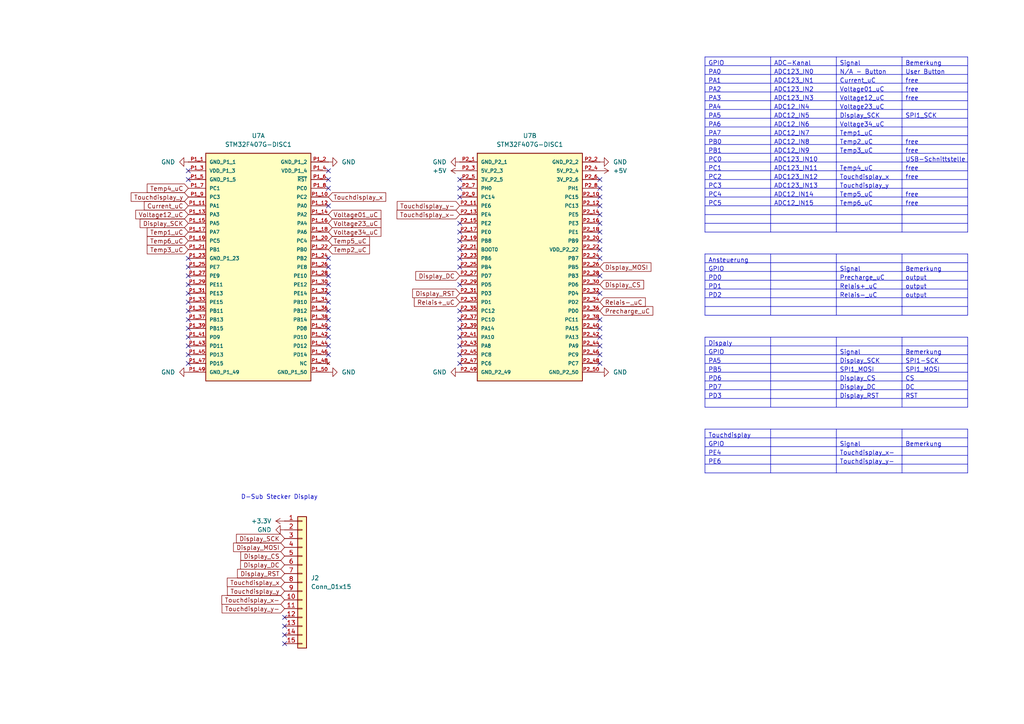
<source format=kicad_sch>
(kicad_sch (version 20250114) (generator "eeschema") (generator_version "9.0")
  (paper "A4")
  (lib_symbols
    (symbol "Connector_Generic:Conn_01x15" (pin_names (offset 1.016) (hide yes))
      (property "Reference" "J" (at 0 20.32 0))
      (property "Value" "Conn_01x15" (at 0 -20.32 0))
      (symbol "Conn_01x15_1_1"
        (rectangle (start -1.27 19.05) (end 1.27 -19.05) (stroke (width 0.254)) (fill (type background)))
        (rectangle (start -1.27 17.907) (end 0 17.653) (stroke (width 0.1524)))
        (rectangle (start -1.27 15.367) (end 0 15.113) (stroke (width 0.1524)))
        (rectangle (start -1.27 12.827) (end 0 12.573) (stroke (width 0.1524)))
        (rectangle (start -1.27 10.287) (end 0 10.033) (stroke (width 0.1524)))
        (rectangle (start -1.27 7.747) (end 0 7.493) (stroke (width 0.1524)))
        (rectangle (start -1.27 5.207) (end 0 4.953) (stroke (width 0.1524)))
        (rectangle (start -1.27 2.667) (end 0 2.413) (stroke (width 0.1524)))
        (rectangle (start -1.27 0.127) (end 0 -0.127) (stroke (width 0.1524)))
        (rectangle (start -1.27 -2.413) (end 0 -2.667) (stroke (width 0.1524)))
        (rectangle (start -1.27 -4.953) (end 0 -5.207) (stroke (width 0.1524)))
        (rectangle (start -1.27 -7.493) (end 0 -7.747) (stroke (width 0.1524)))
        (rectangle (start -1.27 -10.033) (end 0 -10.287) (stroke (width 0.1524)))
        (rectangle (start -1.27 -12.573) (end 0 -12.827) (stroke (width 0.1524)))
        (rectangle (start -1.27 -15.113) (end 0 -15.367) (stroke (width 0.1524)))
        (rectangle (start -1.27 -17.653) (end 0 -17.907) (stroke (width 0.1524)))
        (pin passive line (at -5.08 17.78 0) (length 3.81) (name "Pin_1") (number "1"))
        (pin passive line (at -5.08 15.24 0) (length 3.81) (name "Pin_2") (number "2"))
        (pin passive line (at -5.08 12.7 0) (length 3.81) (name "Pin_3") (number "3"))
        (pin passive line (at -5.08 10.16 0) (length 3.81) (name "Pin_4") (number "4"))
        (pin passive line (at -5.08 7.62 0) (length 3.81) (name "Pin_5") (number "5"))
        (pin passive line (at -5.08 5.08 0) (length 3.81) (name "Pin_6") (number "6"))
        (pin passive line (at -5.08 2.54 0) (length 3.81) (name "Pin_7") (number "7"))
        (pin passive line (at -5.08 0 0) (length 3.81) (name "Pin_8") (number "8"))
        (pin passive line (at -5.08 -2.54 0) (length 3.81) (name "Pin_9") (number "9"))
        (pin passive line (at -5.08 -5.08 0) (length 3.81) (name "Pin_10") (number "10"))
        (pin passive line (at -5.08 -7.62 0) (length 3.81) (name "Pin_11") (number "11"))
        (pin passive line (at -5.08 -10.16 0) (length 3.81) (name "Pin_12") (number "12"))
        (pin passive line (at -5.08 -12.7 0) (length 3.81) (name "Pin_13") (number "13"))
        (pin passive line (at -5.08 -15.24 0) (length 3.81) (name "Pin_14") (number "14"))
        (pin passive line (at -5.08 -17.78 0) (length 3.81) (name "Pin_15") (number "15"))
      )
    )
    (symbol "STM32F407G-DISC1:STM32F407G-DISC1" (pin_names (offset 1.016))
      (property "Reference" "U" (at -15.24 33.782 0))
      (property "Value" "STM32F407G-DISC1" (at -15.24 -35.56 0))
      (symbol "STM32F407G-DISC1_1_0"
        (rectangle (start -15.24 -33.02) (end 15.24 33.02) (stroke (width 0.254)) (fill (type background)))
        (pin power_in line (at -20.32 30.48 0) (length 5.08) (name "GND_P1_1") (number "P1_1"))
        (pin power_in line (at -20.32 27.94 0) (length 5.08) (name "VDD_P1_3") (number "P1_3"))
        (pin power_in line (at -20.32 25.4 0) (length 5.08) (name "GND_P1_5") (number "P1_5"))
        (pin bidirectional line (at -20.32 22.86 0) (length 5.08) (name "PC1") (number "P1_7"))
        (pin bidirectional line (at -20.32 20.32 0) (length 5.08) (name "PC3") (number "P1_9"))
        (pin bidirectional line (at -20.32 17.78 0) (length 5.08) (name "PA1") (number "P1_11"))
        (pin bidirectional line (at -20.32 15.24 0) (length 5.08) (name "PA3") (number "P1_13"))
        (pin bidirectional line (at -20.32 12.7 0) (length 5.08) (name "PA5") (number "P1_15"))
        (pin bidirectional line (at -20.32 10.16 0) (length 5.08) (name "PA7") (number "P1_17"))
        (pin bidirectional line (at -20.32 7.62 0) (length 5.08) (name "PC5") (number "P1_19"))
        (pin bidirectional line (at -20.32 5.08 0) (length 5.08) (name "PB1") (number "P1_21"))
        (pin power_in line (at -20.32 2.54 0) (length 5.08) (name "GND_P1_23") (number "P1_23"))
        (pin bidirectional line (at -20.32 0 0) (length 5.08) (name "PE7") (number "P1_25"))
        (pin bidirectional line (at -20.32 -2.54 0) (length 5.08) (name "PE9") (number "P1_27"))
        (pin bidirectional line (at -20.32 -5.08 0) (length 5.08) (name "PE11") (number "P1_29"))
        (pin bidirectional line (at -20.32 -7.62 0) (length 5.08) (name "PE13") (number "P1_31"))
        (pin bidirectional line (at -20.32 -10.16 0) (length 5.08) (name "PE15") (number "P1_33"))
        (pin bidirectional line (at -20.32 -12.7 0) (length 5.08) (name "PB11") (number "P1_35"))
        (pin bidirectional line (at -20.32 -15.24 0) (length 5.08) (name "PB13") (number "P1_37"))
        (pin bidirectional line (at -20.32 -17.78 0) (length 5.08) (name "PB15") (number "P1_39"))
        (pin bidirectional line (at -20.32 -20.32 0) (length 5.08) (name "PD9") (number "P1_41"))
        (pin bidirectional line (at -20.32 -22.86 0) (length 5.08) (name "PD11") (number "P1_43"))
        (pin bidirectional line (at -20.32 -25.4 0) (length 5.08) (name "PD13") (number "P1_45"))
        (pin bidirectional line (at -20.32 -27.94 0) (length 5.08) (name "PD15") (number "P1_47"))
        (pin power_in line (at -20.32 -30.48 0) (length 5.08) (name "GND_P1_49") (number "P1_49"))
        (pin power_in line (at 20.32 30.48 180) (length 5.08) (name "GND_P1_2") (number "P1_2"))
        (pin power_in line (at 20.32 27.94 180) (length 5.08) (name "VDD_P1_4") (number "P1_4"))
        (pin bidirectional line (at 20.32 25.4 180) (length 5.08) (name "~{RST}") (number "P1_6"))
        (pin bidirectional line (at 20.32 22.86 180) (length 5.08) (name "PC0") (number "P1_8"))
        (pin bidirectional line (at 20.32 20.32 180) (length 5.08) (name "PC2") (number "P1_10"))
        (pin bidirectional line (at 20.32 17.78 180) (length 5.08) (name "PA0") (number "P1_12"))
        (pin bidirectional line (at 20.32 15.24 180) (length 5.08) (name "PA2") (number "P1_14"))
        (pin bidirectional line (at 20.32 12.7 180) (length 5.08) (name "PA4") (number "P1_16"))
        (pin bidirectional line (at 20.32 10.16 180) (length 5.08) (name "PA6") (number "P1_18"))
        (pin bidirectional line (at 20.32 7.62 180) (length 5.08) (name "PC4") (number "P1_20"))
        (pin bidirectional line (at 20.32 5.08 180) (length 5.08) (name "PB0") (number "P1_22"))
        (pin bidirectional line (at 20.32 2.54 180) (length 5.08) (name "PB2") (number "P1_24"))
        (pin bidirectional line (at 20.32 0 180) (length 5.08) (name "PE8") (number "P1_26"))
        (pin bidirectional line (at 20.32 -2.54 180) (length 5.08) (name "PE10") (number "P1_28"))
        (pin bidirectional line (at 20.32 -5.08 180) (length 5.08) (name "PE12") (number "P1_30"))
        (pin bidirectional line (at 20.32 -7.62 180) (length 5.08) (name "PE14") (number "P1_32"))
        (pin bidirectional line (at 20.32 -10.16 180) (length 5.08) (name "PB10") (number "P1_34"))
        (pin bidirectional line (at 20.32 -12.7 180) (length 5.08) (name "PB12") (number "P1_36"))
        (pin bidirectional line (at 20.32 -15.24 180) (length 5.08) (name "PB14") (number "P1_38"))
        (pin bidirectional line (at 20.32 -17.78 180) (length 5.08) (name "PD8") (number "P1_40"))
        (pin bidirectional line (at 20.32 -20.32 180) (length 5.08) (name "PD10") (number "P1_42"))
        (pin bidirectional line (at 20.32 -22.86 180) (length 5.08) (name "PD12") (number "P1_44"))
        (pin bidirectional line (at 20.32 -25.4 180) (length 5.08) (name "PD14") (number "P1_46"))
        (pin no_connect line (at 20.32 -27.94 180) (length 5.08) (name "NC") (number "P1_48"))
        (pin power_in line (at 20.32 -30.48 180) (length 5.08) (name "GND_P1_50") (number "P1_50"))
      )
      (symbol "STM32F407G-DISC1_2_0"
        (rectangle (start -15.24 -33.02) (end 15.24 33.02) (stroke (width 0.254)) (fill (type background)))
        (pin power_in line (at -20.32 30.48 0) (length 5.08) (name "GND_P2_1") (number "P2_1"))
        (pin power_in line (at -20.32 27.94 0) (length 5.08) (name "5V_P2_3") (number "P2_3"))
        (pin power_in line (at -20.32 25.4 0) (length 5.08) (name "3V_P2_5") (number "P2_5"))
        (pin bidirectional line (at -20.32 22.86 0) (length 5.08) (name "PH0") (number "P2_7"))
        (pin bidirectional line (at -20.32 20.32 0) (length 5.08) (name "PC14") (number "P2_9"))
        (pin bidirectional line (at -20.32 17.78 0) (length 5.08) (name "PE6") (number "P2_11"))
        (pin bidirectional line (at -20.32 15.24 0) (length 5.08) (name "PE4") (number "P2_13"))
        (pin bidirectional line (at -20.32 12.7 0) (length 5.08) (name "PE2") (number "P2_15"))
        (pin bidirectional line (at -20.32 10.16 0) (length 5.08) (name "PE0") (number "P2_17"))
        (pin bidirectional line (at -20.32 7.62 0) (length 5.08) (name "PB8") (number "P2_19"))
        (pin input line (at -20.32 5.08 0) (length 5.08) (name "BOOT0") (number "P2_21"))
        (pin bidirectional line (at -20.32 2.54 0) (length 5.08) (name "PB6") (number "P2_23"))
        (pin bidirectional line (at -20.32 0 0) (length 5.08) (name "PB4") (number "P2_25"))
        (pin bidirectional line (at -20.32 -2.54 0) (length 5.08) (name "PD7") (number "P2_27"))
        (pin bidirectional line (at -20.32 -5.08 0) (length 5.08) (name "PD5") (number "P2_29"))
        (pin bidirectional line (at -20.32 -7.62 0) (length 5.08) (name "PD3") (number "P2_31"))
        (pin bidirectional line (at -20.32 -10.16 0) (length 5.08) (name "PD1") (number "P2_33"))
        (pin bidirectional line (at -20.32 -12.7 0) (length 5.08) (name "PC12") (number "P2_35"))
        (pin bidirectional line (at -20.32 -15.24 0) (length 5.08) (name "PC10") (number "P2_37"))
        (pin bidirectional line (at -20.32 -17.78 0) (length 5.08) (name "PA14") (number "P2_39"))
        (pin bidirectional line (at -20.32 -20.32 0) (length 5.08) (name "PA10") (number "P2_41"))
        (pin bidirectional line (at -20.32 -22.86 0) (length 5.08) (name "PA8") (number "P2_43"))
        (pin bidirectional line (at -20.32 -25.4 0) (length 5.08) (name "PC8") (number "P2_45"))
        (pin bidirectional line (at -20.32 -27.94 0) (length 5.08) (name "PC6") (number "P2_47"))
        (pin power_in line (at -20.32 -30.48 0) (length 5.08) (name "GND_P2_49") (number "P2_49"))
        (pin power_in line (at 20.32 30.48 180) (length 5.08) (name "GND_P2_2") (number "P2_2"))
        (pin power_in line (at 20.32 27.94 180) (length 5.08) (name "5V_P2_4") (number "P2_4"))
        (pin power_in line (at 20.32 25.4 180) (length 5.08) (name "3V_P2_6") (number "P2_6"))
        (pin bidirectional line (at 20.32 22.86 180) (length 5.08) (name "PH1") (number "P2_8"))
        (pin bidirectional line (at 20.32 20.32 180) (length 5.08) (name "PC15") (number "P2_10"))
        (pin bidirectional line (at 20.32 17.78 180) (length 5.08) (name "PC13") (number "P2_12"))
        (pin bidirectional line (at 20.32 15.24 180) (length 5.08) (name "PE5") (number "P2_14"))
        (pin bidirectional line (at 20.32 12.7 180) (length 5.08) (name "PE3") (number "P2_16"))
        (pin bidirectional line (at 20.32 10.16 180) (length 5.08) (name "PE1") (number "P2_18"))
        (pin bidirectional line (at 20.32 7.62 180) (length 5.08) (name "PB9") (number "P2_20"))
        (pin power_in line (at 20.32 5.08 180) (length 5.08) (name "VDD_P2_22") (number "P2_22"))
        (pin bidirectional line (at 20.32 2.54 180) (length 5.08) (name "PB7") (number "P2_24"))
        (pin bidirectional line (at 20.32 0 180) (length 5.08) (name "PB5") (number "P2_26"))
        (pin bidirectional line (at 20.32 -2.54 180) (length 5.08) (name "PB3") (number "P2_28"))
        (pin bidirectional line (at 20.32 -5.08 180) (length 5.08) (name "PD6") (number "P2_30"))
        (pin bidirectional line (at 20.32 -7.62 180) (length 5.08) (name "PD4") (number "P2_32"))
        (pin bidirectional line (at 20.32 -10.16 180) (length 5.08) (name "PD2") (number "P2_34"))
        (pin bidirectional line (at 20.32 -12.7 180) (length 5.08) (name "PD0") (number "P2_36"))
        (pin bidirectional line (at 20.32 -15.24 180) (length 5.08) (name "PC11") (number "P2_38"))
        (pin bidirectional line (at 20.32 -17.78 180) (length 5.08) (name "PA15") (number "P2_40"))
        (pin bidirectional line (at 20.32 -20.32 180) (length 5.08) (name "PA13") (number "P2_42"))
        (pin bidirectional line (at 20.32 -22.86 180) (length 5.08) (name "PA9") (number "P2_44"))
        (pin bidirectional line (at 20.32 -25.4 180) (length 5.08) (name "PC9") (number "P2_46"))
        (pin bidirectional line (at 20.32 -27.94 180) (length 5.08) (name "PC7") (number "P2_48"))
        (pin power_in line (at 20.32 -30.48 180) (length 5.08) (name "GND_P2_50") (number "P2_50"))
      )
    )
    (symbol "power:+3.3V" (power) (pin_numbers (hide yes)) (pin_names (offset 0) (hide yes))
      (property "Value" "+3.3V" (at 0 3.556 0))
      (symbol "+3.3V_0_1"
        (polyline (pts (xy -0.762 1.27) (xy 0 2.54)))
        (polyline (pts (xy 0 2.54) (xy 0.762 1.27)))
        (polyline (pts (xy 0 0) (xy 0 2.54)))
      )
      (symbol "+3.3V_1_1"
        (pin power_in line (at 0 0 90) (length 0) (name "~") (number "1"))
      )
    )
    (symbol "power:+5V" (power) (pin_numbers (hide yes)) (pin_names (offset 0) (hide yes))
      (property "Value" "+5V" (at 0 3.556 0))
      (symbol "+5V_0_1"
        (polyline (pts (xy -0.762 1.27) (xy 0 2.54)))
        (polyline (pts (xy 0 2.54) (xy 0.762 1.27)))
        (polyline (pts (xy 0 0) (xy 0 2.54)))
      )
      (symbol "+5V_1_1"
        (pin power_in line (at 0 0 90) (length 0) (name "~") (number "1"))
      )
    )
    (symbol "power:GND" (power) (pin_numbers (hide yes)) (pin_names (offset 0) (hide yes))
      (property "Value" "GND" (at 0 -3.81 0))
      (symbol "GND_0_1"
        (polyline (pts (xy 0 0) (xy 0 -1.27) (xy 1.27 -1.27) (xy 0 -2.54) (xy -1.27 -1.27) (xy 0 -1.27)))
      )
      (symbol "GND_1_1"
        (pin power_in line (at 0 0 270) (length 0) (name "~") (number "1"))
      )
    )
  )
  (text "D-Sub Stecker Display\n" (at 81.026 144.272 0) (effects (font (size 1.27 1.27))))
  (no_connect (at 54.61 105.41))
  (no_connect (at 133.35 82.55))
  (no_connect (at 133.35 92.71))
  (no_connect (at 82.55 181.61))
  (no_connect (at 95.25 52.07))
  (no_connect (at 133.35 97.79))
  (no_connect (at 133.35 74.93))
  (no_connect (at 54.61 87.63))
  (no_connect (at 95.25 97.79))
  (no_connect (at 173.99 67.31))
  (no_connect (at 54.61 85.09))
  (no_connect (at 95.25 77.47))
  (no_connect (at 82.55 184.15))
  (no_connect (at 173.99 95.25))
  (no_connect (at 173.99 59.69))
  (no_connect (at 173.99 64.77))
  (no_connect (at 173.99 54.61))
  (no_connect (at 173.99 100.33))
  (no_connect (at 95.25 100.33))
  (no_connect (at 133.35 72.39))
  (no_connect (at 95.25 90.17))
  (no_connect (at 54.61 77.47))
  (no_connect (at 133.35 102.87))
  (no_connect (at 95.25 92.71))
  (no_connect (at 54.61 80.01))
  (no_connect (at 173.99 80.01))
  (no_connect (at 173.99 97.79))
  (no_connect (at 95.25 87.63))
  (no_connect (at 173.99 57.15))
  (no_connect (at 133.35 90.17))
  (no_connect (at 54.61 92.71))
  (no_connect (at 133.35 64.77))
  (no_connect (at 173.99 102.87))
  (no_connect (at 54.61 74.93))
  (no_connect (at 54.61 52.07))
  (no_connect (at 133.35 105.41))
  (no_connect (at 95.25 102.87))
  (no_connect (at 133.35 67.31))
  (no_connect (at 95.25 54.61))
  (no_connect (at 173.99 105.41))
  (no_connect (at 54.61 49.53))
  (no_connect (at 54.61 82.55))
  (no_connect (at 133.35 69.85))
  (no_connect (at 95.25 80.01))
  (no_connect (at 54.61 102.87))
  (no_connect (at 95.25 49.53))
  (no_connect (at 133.35 100.33))
  (no_connect (at 95.25 85.09))
  (no_connect (at 173.99 92.71))
  (no_connect (at 54.61 97.79))
  (no_connect (at 173.99 52.07))
  (no_connect (at 173.99 69.85))
  (no_connect (at 173.99 85.09))
  (no_connect (at 173.99 72.39))
  (no_connect (at 54.61 95.25))
  (no_connect (at 133.35 52.07))
  (no_connect (at 133.35 95.25))
  (no_connect (at 133.35 77.47))
  (no_connect (at 173.99 74.93))
  (no_connect (at 82.55 186.69))
  (no_connect (at 95.25 82.55))
  (no_connect (at 95.25 59.69))
  (no_connect (at 173.99 62.23))
  (no_connect (at 54.61 100.33))
  (no_connect (at 95.25 95.25))
  (no_connect (at 82.55 179.07))
  (no_connect (at 54.61 90.17))
  (no_connect (at 133.35 54.61))
  (no_connect (at 133.35 57.15))
  (no_connect (at 95.25 74.93))
  (table (column_count 4) (border (external yes) (header yes)) (separators (rows yes) (cols yes)) (column_widths 19.05 19.05 19.05 19.05) (row_heights 2.54 2.54 2.54 2.54 2.54 2.54 2.54 2.54) (cells (table_cell "Dispaly" (at 204.47 97.79 0) (size 19.05 2.54) (margins 0.9525 0.9525 0.9525 0.9525) (span 1 1)) (table_cell "" (at 223.52 97.79 0) (size 19.05 2.54) (margins 0.9525 0.9525 0.9525 0.9525) (span 1 1)) (table_cell "" (at 242.57 97.79 0) (size 19.05 2.54) (margins 0.9525 0.9525 0.9525 0.9525) (span 1 1)) (table_cell "" (at 261.62 97.79 0) (size 19.05 2.54) (margins 0.9525 0.9525 0.9525 0.9525) (span 1 1)) (table_cell "GPIO" (at 204.47 100.33 0) (size 19.05 2.54) (margins 0.9525 0.9525 0.9525 0.9525) (span 1 1)) (table_cell "" (at 223.52 100.33 0) (size 19.05 2.54) (margins 0.9525 0.9525 0.9525 0.9525) (span 1 1)) (table_cell "Signal" (at 242.57 100.33 0) (size 19.05 2.54) (margins 0.9525 0.9525 0.9525 0.9525) (span 1 1)) (table_cell "Bemerkung" (at 261.62 100.33 0) (size 19.05 2.54) (margins 0.9525 0.9525 0.9525 0.9525) (span 1 1)) (table_cell "PA5" (at 204.47 102.87 0) (size 19.05 2.54) (margins 0.9525 0.9525 0.9525 0.9525) (span 1 1)) (table_cell "" (at 223.52 102.87 0) (size 19.05 2.54) (margins 0.9525 0.9525 0.9525 0.9525) (span 1 1)) (table_cell "Display_SCK" (at 242.57 102.87 0) (size 19.05 2.54) (margins 0.9525 0.9525 0.9525 0.9525) (span 1 1)) (table_cell "SPI1-SCK" (at 261.62 102.87 0) (size 19.05 2.54) (margins 0.9525 0.9525 0.9525 0.9525) (span 1 1)) (table_cell "PB5" (at 204.47 105.41 0) (size 19.05 2.54) (margins 0.9525 0.9525 0.9525 0.9525) (span 1 1)) (table_cell "" (at 223.52 105.41 0) (size 19.05 2.54) (margins 0.9525 0.9525 0.9525 0.9525) (span 1 1)) (table_cell "SPI1_MOSI" (at 242.57 105.41 0) (size 19.05 2.54) (margins 0.9525 0.9525 0.9525 0.9525) (span 1 1)) (table_cell "SPI1_MOSI" (at 261.62 105.41 0) (size 19.05 2.54) (margins 0.9525 0.9525 0.9525 0.9525) (span 1 1)) (table_cell "PD6" (at 204.47 107.95 0) (size 19.05 2.54) (margins 0.9525 0.9525 0.9525 0.9525) (span 1 1)) (table_cell "" (at 223.52 107.95 0) (size 19.05 2.54) (margins 0.9525 0.9525 0.9525 0.9525) (span 1 1)) (table_cell "Display_CS" (at 242.57 107.95 0) (size 19.05 2.54) (margins 0.9525 0.9525 0.9525 0.9525) (span 1 1)) (table_cell "CS" (at 261.62 107.95 0) (size 19.05 2.54) (margins 0.9525 0.9525 0.9525 0.9525) (span 1 1)) (table_cell "PD7" (at 204.47 110.49 0) (size 19.05 2.54) (margins 0.9525 0.9525 0.9525 0.9525) (span 1 1)) (table_cell "" (at 223.52 110.49 0) (size 19.05 2.54) (margins 0.9525 0.9525 0.9525 0.9525) (span 1 1)) (table_cell "Display_DC" (at 242.57 110.49 0) (size 19.05 2.54) (margins 0.9525 0.9525 0.9525 0.9525) (span 1 1)) (table_cell "DC" (at 261.62 110.49 0) (size 19.05 2.54) (margins 0.9525 0.9525 0.9525 0.9525) (span 1 1)) (table_cell "PD3" (at 204.47 113.03 0) (size 19.05 2.54) (margins 0.9525 0.9525 0.9525 0.9525) (span 1 1)) (table_cell "" (at 223.52 113.03 0) (size 19.05 2.54) (margins 0.9525 0.9525 0.9525 0.9525) (span 1 1)) (table_cell "Display_RST" (at 242.57 113.03 0) (size 19.05 2.54) (margins 0.9525 0.9525 0.9525 0.9525) (span 1 1)) (table_cell "RST" (at 261.62 113.03 0) (size 19.05 2.54) (margins 0.9525 0.9525 0.9525 0.9525) (span 1 1)) (table_cell "" (at 204.47 115.57 0) (size 19.05 2.54) (margins 0.9525 0.9525 0.9525 0.9525) (span 1 1)) (table_cell "" (at 223.52 115.57 0) (size 19.05 2.54) (margins 0.9525 0.9525 0.9525 0.9525) (span 1 1)) (table_cell "" (at 242.57 115.57 0) (size 19.05 2.54) (margins 0.9525 0.9525 0.9525 0.9525) (span 1 1)) (table_cell "" (at 261.62 115.57 0) (size 19.05 2.54) (margins 0.9525 0.9525 0.9525 0.9525) (span 1 1))))
  (table (column_count 4) (border (external yes) (header yes)) (separators (rows yes) (cols yes)) (column_widths 19.05 19.05 19.05 19.05) (row_heights 2.54 2.54 2.54 2.54 2.54) (cells (table_cell "Touchdisplay" (at 204.47 124.46 0) (size 19.05 2.54) (margins 0.9525 0.9525 0.9525 0.9525) (span 1 1)) (table_cell "" (at 223.52 124.46 0) (size 19.05 2.54) (margins 0.9525 0.9525 0.9525 0.9525) (span 1 1)) (table_cell "" (at 242.57 124.46 0) (size 19.05 2.54) (margins 0.9525 0.9525 0.9525 0.9525) (span 1 1)) (table_cell "" (at 261.62 124.46 0) (size 19.05 2.54) (margins 0.9525 0.9525 0.9525 0.9525) (span 1 1)) (table_cell "GPIO" (at 204.47 127 0) (size 19.05 2.54) (margins 0.9525 0.9525 0.9525 0.9525) (span 1 1)) (table_cell "" (at 223.52 127 0) (size 19.05 2.54) (margins 0.9525 0.9525 0.9525 0.9525) (span 1 1)) (table_cell "Signal" (at 242.57 127 0) (size 19.05 2.54) (margins 0.9525 0.9525 0.9525 0.9525) (span 1 1)) (table_cell "Bemerkung" (at 261.62 127 0) (size 19.05 2.54) (margins 0.9525 0.9525 0.9525 0.9525) (span 1 1)) (table_cell "PE4" (at 204.47 129.54 0) (size 19.05 2.54) (margins 0.9525 0.9525 0.9525 0.9525) (span 1 1)) (table_cell "" (at 223.52 129.54 0) (size 19.05 2.54) (margins 0.9525 0.9525 0.9525 0.9525) (span 1 1)) (table_cell "Touchdisplay_x-" (at 242.57 129.54 0) (size 19.05 2.54) (margins 0.9525 0.9525 0.9525 0.9525) (span 1 1)) (table_cell "" (at 261.62 129.54 0) (size 19.05 2.54) (margins 0.9525 0.9525 0.9525 0.9525) (span 1 1)) (table_cell "PE6" (at 204.47 132.08 0) (size 19.05 2.54) (margins 0.9525 0.9525 0.9525 0.9525) (span 1 1)) (table_cell "" (at 223.52 132.08 0) (size 19.05 2.54) (margins 0.9525 0.9525 0.9525 0.9525) (span 1 1)) (table_cell "Touchdisplay_y-" (at 242.57 132.08 0) (size 19.05 2.54) (margins 0.9525 0.9525 0.9525 0.9525) (span 1 1)) (table_cell "" (at 261.62 132.08 0) (size 19.05 2.54) (margins 0.9525 0.9525 0.9525 0.9525) (span 1 1)) (table_cell "" (at 204.47 134.62 0) (size 19.05 2.54) (margins 0.9525 0.9525 0.9525 0.9525) (span 1 1)) (table_cell "" (at 223.52 134.62 0) (size 19.05 2.54) (margins 0.9525 0.9525 0.9525 0.9525) (span 1 1)) (table_cell "" (at 242.57 134.62 0) (size 19.05 2.54) (margins 0.9525 0.9525 0.9525 0.9525) (span 1 1)) (table_cell "" (at 261.62 134.62 0) (size 19.05 2.54) (margins 0.9525 0.9525 0.9525 0.9525) (span 1 1))))
  (table (column_count 4) (border (external yes) (header yes)) (separators (rows yes) (cols yes)) (column_widths 19.05 19.05 19.05 19.05) (row_heights 2.54 2.54 2.54 2.54 2.54 2.54 2.54) (cells (table_cell "Ansteuerung" (at 204.47 73.66 0) (size 19.05 2.54) (margins 0.9525 0.9525 0.9525 0.9525) (span 1 1)) (table_cell "" (at 223.52 73.66 0) (size 19.05 2.54) (margins 0.9525 0.9525 0.9525 0.9525) (span 1 1)) (table_cell "" (at 242.57 73.66 0) (size 19.05 2.54) (margins 0.9525 0.9525 0.9525 0.9525) (span 1 1)) (table_cell "" (at 261.62 73.66 0) (size 19.05 2.54) (margins 0.9525 0.9525 0.9525 0.9525) (span 1 1)) (table_cell "GPIO" (at 204.47 76.2 0) (size 19.05 2.54) (margins 0.9525 0.9525 0.9525 0.9525) (span 1 1)) (table_cell "" (at 223.52 76.2 0) (size 19.05 2.54) (margins 0.9525 0.9525 0.9525 0.9525) (span 1 1)) (table_cell "Signal" (at 242.57 76.2 0) (size 19.05 2.54) (margins 0.9525 0.9525 0.9525 0.9525) (span 1 1)) (table_cell "Bemerkung" (at 261.62 76.2 0) (size 19.05 2.54) (margins 0.9525 0.9525 0.9525 0.9525) (span 1 1)) (table_cell "PD0" (at 204.47 78.74 0) (size 19.05 2.54) (margins 0.9525 0.9525 0.9525 0.9525) (span 1 1)) (table_cell "" (at 223.52 78.74 0) (size 19.05 2.54) (margins 0.9525 0.9525 0.9525 0.9525) (span 1 1)) (table_cell "Precharge_uC" (at 242.57 78.74 0) (size 19.05 2.54) (margins 0.9525 0.9525 0.9525 0.9525) (span 1 1)) (table_cell "output" (at 261.62 78.74 0) (size 19.05 2.54) (margins 0.9525 0.9525 0.9525 0.9525) (span 1 1)) (table_cell "PD1" (at 204.47 81.28 0) (size 19.05 2.54) (margins 0.9525 0.9525 0.9525 0.9525) (span 1 1)) (table_cell "" (at 223.52 81.28 0) (size 19.05 2.54) (margins 0.9525 0.9525 0.9525 0.9525) (span 1 1)) (table_cell "Relais+_uC" (at 242.57 81.28 0) (size 19.05 2.54) (margins 0.9525 0.9525 0.9525 0.9525) (span 1 1)) (table_cell "output" (at 261.62 81.28 0) (size 19.05 2.54) (margins 0.9525 0.9525 0.9525 0.9525) (span 1 1)) (table_cell "PD2" (at 204.47 83.82 0) (size 19.05 2.54) (margins 0.9525 0.9525 0.9525 0.9525) (span 1 1)) (table_cell "" (at 223.52 83.82 0) (size 19.05 2.54) (margins 0.9525 0.9525 0.9525 0.9525) (span 1 1)) (table_cell "Relais-_uC" (at 242.57 83.82 0) (size 19.05 2.54) (margins 0.9525 0.9525 0.9525 0.9525) (span 1 1)) (table_cell "output" (at 261.62 83.82 0) (size 19.05 2.54) (margins 0.9525 0.9525 0.9525 0.9525) (span 1 1)) (table_cell "" (at 204.47 86.36 0) (size 19.05 2.54) (margins 0.9525 0.9525 0.9525 0.9525) (span 1 1)) (table_cell "" (at 223.52 86.36 0) (size 19.05 2.54) (margins 0.9525 0.9525 0.9525 0.9525) (span 1 1)) (table_cell "" (at 242.57 86.36 0) (size 19.05 2.54) (margins 0.9525 0.9525 0.9525 0.9525) (span 1 1)) (table_cell "" (at 261.62 86.36 0) (size 19.05 2.54) (margins 0.9525 0.9525 0.9525 0.9525) (span 1 1)) (table_cell "" (at 204.47 88.9 0) (size 19.05 2.54) (margins 0.9525 0.9525 0.9525 0.9525) (span 1 1)) (table_cell "" (at 223.52 88.9 0) (size 19.05 2.54) (margins 0.9525 0.9525 0.9525 0.9525) (span 1 1)) (table_cell "" (at 242.57 88.9 0) (size 19.05 2.54) (margins 0.9525 0.9525 0.9525 0.9525) (span 1 1)) (table_cell "" (at 261.62 88.9 0) (size 19.05 2.54) (margins 0.9525 0.9525 0.9525 0.9525) (span 1 1))))
  (table (column_count 4) (border (external yes) (header yes)) (separators (rows yes) (cols yes)) (column_widths 19.05 19.05 19.05 19.05) (row_heights 2.54 2.54 2.54 2.54 2.54 2.54 2.54 2.54 2.54 2.54 2.54 2.54 2.54 2.54 2.54 2.54 2.54 2.54 2.54 2.54) (cells (table_cell "GPIO" (at 204.47 16.51 0) (size 19.05 2.54) (margins 0.9525 0.9525 0.9525 0.9525) (span 1 1)) (table_cell "ADC-Kanal" (at 223.52 16.51 0) (size 19.05 2.54) (margins 0.9525 0.9525 0.9525 0.9525) (span 1 1)) (table_cell "Signal" (at 242.57 16.51 0) (size 19.05 2.54) (margins 0.9525 0.9525 0.9525 0.9525) (span 1 1)) (table_cell "Bemerkung" (at 261.62 16.51 0) (size 19.05 2.54) (margins 0.9525 0.9525 0.9525 0.9525) (span 1 1)) (table_cell "PA0" (at 204.47 19.05 0) (size 19.05 2.54) (margins 0.9525 0.9525 0.9525 0.9525) (span 1 1)) (table_cell "ADC123_IN0" (at 223.52 19.05 0) (size 19.05 2.54) (margins 0.9525 0.9525 0.9525 0.9525) (span 1 1)) (table_cell "N/A - Button" (at 242.57 19.05 0) (size 19.05 2.54) (margins 0.9525 0.9525 0.9525 0.9525) (span 1 1)) (table_cell "User Button" (at 261.62 19.05 0) (size 19.05 2.54) (margins 0.9525 0.9525 0.9525 0.9525) (span 1 1)) (table_cell "PA1" (at 204.47 21.59 0) (size 19.05 2.54) (margins 0.9525 0.9525 0.9525 0.9525) (span 1 1)) (table_cell "ADC123_IN1" (at 223.52 21.59 0) (size 19.05 2.54) (margins 0.9525 0.9525 0.9525 0.9525) (span 1 1)) (table_cell "Current_uC" (at 242.57 21.59 0) (size 19.05 2.54) (margins 0.9525 0.9525 0.9525 0.9525) (span 1 1)) (table_cell "free" (at 261.62 21.59 0) (size 19.05 2.54) (margins 0.9525 0.9525 0.9525 0.9525) (span 1 1)) (table_cell "PA2" (at 204.47 24.13 0) (size 19.05 2.54) (margins 0.9525 0.9525 0.9525 0.9525) (span 1 1)) (table_cell "ADC123_IN2" (at 223.52 24.13 0) (size 19.05 2.54) (margins 0.9525 0.9525 0.9525 0.9525) (span 1 1)) (table_cell "Voltage01_uC" (at 242.57 24.13 0) (size 19.05 2.54) (margins 0.9525 0.9525 0.9525 0.9525) (span 1 1)) (table_cell "free" (at 261.62 24.13 0) (size 19.05 2.54) (margins 0.9525 0.9525 0.9525 0.9525) (span 1 1)) (table_cell "PA3" (at 204.47 26.67 0) (size 19.05 2.54) (margins 0.9525 0.9525 0.9525 0.9525) (span 1 1)) (table_cell "ADC123_IN3" (at 223.52 26.67 0) (size 19.05 2.54) (margins 0.9525 0.9525 0.9525 0.9525) (span 1 1)) (table_cell "Voltage12_uC" (at 242.57 26.67 0) (size 19.05 2.54) (margins 0.9525 0.9525 0.9525 0.9525) (span 1 1)) (table_cell "free" (at 261.62 26.67 0) (size 19.05 2.54) (margins 0.9525 0.9525 0.9525 0.9525) (span 1 1)) (table_cell "PA4" (at 204.47 29.21 0) (size 19.05 2.54) (margins 0.9525 0.9525 0.9525 0.9525) (span 1 1)) (table_cell "ADC12_IN4" (at 223.52 29.21 0) (size 19.05 2.54) (margins 0.9525 0.9525 0.9525 0.9525) (span 1 1)) (table_cell "Voltage23_uC" (at 242.57 29.21 0) (size 19.05 2.54) (margins 0.9525 0.9525 0.9525 0.9525) (span 1 1)) (table_cell "" (at 261.62 29.21 0) (size 19.05 2.54) (margins 0.9525 0.9525 0.9525 0.9525) (span 1 1)) (table_cell "PA5" (at 204.47 31.75 0) (size 19.05 2.54) (margins 0.9525 0.9525 0.9525 0.9525) (span 1 1)) (table_cell "ADC12_IN5" (at 223.52 31.75 0) (size 19.05 2.54) (margins 0.9525 0.9525 0.9525 0.9525) (span 1 1)) (table_cell "Display_SCK" (at 242.57 31.75 0) (size 19.05 2.54) (margins 0.9525 0.9525 0.9525 0.9525) (span 1 1)) (table_cell "SPI1_SCK" (at 261.62 31.75 0) (size 19.05 2.54) (margins 0.9525 0.9525 0.9525 0.9525) (span 1 1)) (table_cell "PA6" (at 204.47 34.29 0) (size 19.05 2.54) (margins 0.9525 0.9525 0.9525 0.9525) (span 1 1)) (table_cell "ADC12_IN6" (at 223.52 34.29 0) (size 19.05 2.54) (margins 0.9525 0.9525 0.9525 0.9525) (span 1 1)) (table_cell "Voltage34_uC" (at 242.57 34.29 0) (size 19.05 2.54) (margins 0.9525 0.9525 0.9525 0.9525) (span 1 1)) (table_cell "" (at 261.62 34.29 0) (size 19.05 2.54) (margins 0.9525 0.9525 0.9525 0.9525) (span 1 1)) (table_cell "PA7" (at 204.47 36.83 0) (size 19.05 2.54) (margins 0.9525 0.9525 0.9525 0.9525) (span 1 1)) (table_cell "ADC12_IN7" (at 223.52 36.83 0) (size 19.05 2.54) (margins 0.9525 0.9525 0.9525 0.9525) (span 1 1)) (table_cell "Temp1_uC" (at 242.57 36.83 0) (size 19.05 2.54) (margins 0.9525 0.9525 0.9525 0.9525) (span 1 1)) (table_cell "" (at 261.62 36.83 0) (size 19.05 2.54) (margins 0.9525 0.9525 0.9525 0.9525) (span 1 1)) (table_cell "PB0" (at 204.47 39.37 0) (size 19.05 2.54) (margins 0.9525 0.9525 0.9525 0.9525) (span 1 1)) (table_cell "ADC12_IN8" (at 223.52 39.37 0) (size 19.05 2.54) (margins 0.9525 0.9525 0.9525 0.9525) (span 1 1)) (table_cell "Temp2_uC" (at 242.57 39.37 0) (size 19.05 2.54) (margins 0.9525 0.9525 0.9525 0.9525) (span 1 1)) (table_cell "free" (at 261.62 39.37 0) (size 19.05 2.54) (margins 0.9525 0.9525 0.9525 0.9525) (span 1 1)) (table_cell "PB1" (at 204.47 41.91 0) (size 19.05 2.54) (margins 0.9525 0.9525 0.9525 0.9525) (span 1 1)) (table_cell "ADC12_IN9" (at 223.52 41.91 0) (size 19.05 2.54) (margins 0.9525 0.9525 0.9525 0.9525) (span 1 1)) (table_cell "Temp3_uC" (at 242.57 41.91 0) (size 19.05 2.54) (margins 0.9525 0.9525 0.9525 0.9525) (span 1 1)) (table_cell "free" (at 261.62 41.91 0) (size 19.05 2.54) (margins 0.9525 0.9525 0.9525 0.9525) (span 1 1)) (table_cell "PC0" (at 204.47 44.45 0) (size 19.05 2.54) (margins 0.9525 0.9525 0.9525 0.9525) (span 1 1)) (table_cell "ADC123_IN10" (at 223.52 44.45 0) (size 19.05 2.54) (margins 0.9525 0.9525 0.9525 0.9525) (span 1 1)) (table_cell "" (at 242.57 44.45 0) (size 19.05 2.54) (margins 0.9525 0.9525 0.9525 0.9525) (span 1 1)) (table_cell "USB-Schnittstelle" (at 261.62 44.45 0) (size 19.05 2.54) (margins 0.9525 0.9525 0.9525 0.9525) (span 1 1)) (table_cell "PC1" (at 204.47 46.99 0) (size 19.05 2.54) (margins 0.9525 0.9525 0.9525 0.9525) (span 1 1)) (table_cell "ADC123_IN11" (at 223.52 46.99 0) (size 19.05 2.54) (margins 0.9525 0.9525 0.9525 0.9525) (span 1 1)) (table_cell "Temp4_uC" (at 242.57 46.99 0) (size 19.05 2.54) (margins 0.9525 0.9525 0.9525 0.9525) (span 1 1)) (table_cell "free" (at 261.62 46.99 0) (size 19.05 2.54) (margins 0.9525 0.9525 0.9525 0.9525) (span 1 1)) (table_cell "PC2" (at 204.47 49.53 0) (size 19.05 2.54) (margins 0.9525 0.9525 0.9525 0.9525) (span 1 1)) (table_cell "ADC123_IN12" (at 223.52 49.53 0) (size 19.05 2.54) (margins 0.9525 0.9525 0.9525 0.9525) (span 1 1)) (table_cell "Touchdisplay_x" (at 242.57 49.53 0) (size 19.05 2.54) (margins 0.9525 0.9525 0.9525 0.9525) (span 1 1)) (table_cell "free" (at 261.62 49.53 0) (size 19.05 2.54) (margins 0.9525 0.9525 0.9525 0.9525) (span 1 1)) (table_cell "PC3" (at 204.47 52.07 0) (size 19.05 2.54) (margins 0.9525 0.9525 0.9525 0.9525) (span 1 1)) (table_cell "ADC123_IN13" (at 223.52 52.07 0) (size 19.05 2.54) (margins 0.9525 0.9525 0.9525 0.9525) (span 1 1)) (table_cell "Touchdisplay_y" (at 242.57 52.07 0) (size 19.05 2.54) (margins 0.9525 0.9525 0.9525 0.9525) (span 1 1)) (table_cell "" (at 261.62 52.07 0) (size 19.05 2.54) (margins 0.9525 0.9525 0.9525 0.9525) (span 1 1)) (table_cell "PC4" (at 204.47 54.61 0) (size 19.05 2.54) (margins 0.9525 0.9525 0.9525 0.9525) (span 1 1)) (table_cell "ADC12_IN14" (at 223.52 54.61 0) (size 19.05 2.54) (margins 0.9525 0.9525 0.9525 0.9525) (span 1 1)) (table_cell "Temp5_uC" (at 242.57 54.61 0) (size 19.05 2.54) (margins 0.9525 0.9525 0.9525 0.9525) (span 1 1)) (table_cell "free" (at 261.62 54.61 0) (size 19.05 2.54) (margins 0.9525 0.9525 0.9525 0.9525) (span 1 1)) (table_cell "PC5" (at 204.47 57.15 0) (size 19.05 2.54) (margins 0.9525 0.9525 0.9525 0.9525) (span 1 1)) (table_cell "ADC12_IN15" (at 223.52 57.15 0) (size 19.05 2.54) (margins 0.9525 0.9525 0.9525 0.9525) (span 1 1)) (table_cell "Temp6_uC" (at 242.57 57.15 0) (size 19.05 2.54) (margins 0.9525 0.9525 0.9525 0.9525) (span 1 1)) (table_cell "free" (at 261.62 57.15 0) (size 19.05 2.54) (margins 0.9525 0.9525 0.9525 0.9525) (span 1 1)) (table_cell "" (at 204.47 59.69 0) (size 19.05 2.54) (margins 0.9525 0.9525 0.9525 0.9525) (span 1 1)) (table_cell "" (at 223.52 59.69 0) (size 19.05 2.54) (margins 0.9525 0.9525 0.9525 0.9525) (span 1 1)) (table_cell "" (at 242.57 59.69 0) (size 19.05 2.54) (margins 0.9525 0.9525 0.9525 0.9525) (span 1 1)) (table_cell "" (at 261.62 59.69 0) (size 19.05 2.54) (margins 0.9525 0.9525 0.9525 0.9525) (span 1 1)) (table_cell "" (at 204.47 62.23 0) (size 19.05 2.54) (margins 0.9525 0.9525 0.9525 0.9525) (span 1 1)) (table_cell "" (at 223.52 62.23 0) (size 19.05 2.54) (margins 0.9525 0.9525 0.9525 0.9525) (span 1 1)) (table_cell "" (at 242.57 62.23 0) (size 19.05 2.54) (margins 0.9525 0.9525 0.9525 0.9525) (span 1 1)) (table_cell "" (at 261.62 62.23 0) (size 19.05 2.54) (margins 0.9525 0.9525 0.9525 0.9525) (span 1 1)) (table_cell "" (at 204.47 64.77 0) (size 19.05 2.54) (margins 0.9525 0.9525 0.9525 0.9525) (span 1 1)) (table_cell "" (at 223.52 64.77 0) (size 19.05 2.54) (margins 0.9525 0.9525 0.9525 0.9525) (span 1 1)) (table_cell "" (at 242.57 64.77 0) (size 19.05 2.54) (margins 0.9525 0.9525 0.9525 0.9525) (span 1 1)) (table_cell "" (at 261.62 64.77 0) (size 19.05 2.54) (margins 0.9525 0.9525 0.9525 0.9525) (span 1 1))))
  (global_label "Touchdisplay_x-" (shape input) (at 82.55 173.99 180) (property "Intersheetrefs" "${INTERSHEET_REFS}" (effects (hide yes))))
  (global_label "Touchdisplay_x" (shape input) (at 95.25 57.15 0) (property "Intersheetrefs" "${INTERSHEET_REFS}" (effects (hide yes))))
  (global_label "Display_CS" (shape input) (at 82.55 161.29 180) (property "Intersheetrefs" "${INTERSHEET_REFS}" (effects (hide yes))))
  (global_label "Display_DC" (shape input) (at 133.35 80.01 180) (property "Intersheetrefs" "${INTERSHEET_REFS}" (effects (hide yes))))
  (global_label "Touchdisplay_y-" (shape input) (at 133.35 59.69 180) (property "Intersheetrefs" "${INTERSHEET_REFS}" (effects (hide yes))))
  (global_label "Touchdisplay_y" (shape input) (at 82.55 171.45 180) (property "Intersheetrefs" "${INTERSHEET_REFS}" (effects (hide yes))))
  (global_label "Voltage34_uC" (shape input) (at 95.25 67.31 0) (property "Intersheetrefs" "${INTERSHEET_REFS}" (effects (hide yes))))
  (global_label "Touchdisplay_y-" (shape input) (at 82.55 176.53 180) (property "Intersheetrefs" "${INTERSHEET_REFS}" (effects (hide yes))))
  (global_label "Display_MOSI" (shape input) (at 82.55 158.75 180) (property "Intersheetrefs" "${INTERSHEET_REFS}" (effects (hide yes))))
  (global_label "Current_uC" (shape input) (at 54.61 59.69 180) (property "Intersheetrefs" "${INTERSHEET_REFS}" (effects (hide yes))))
  (global_label "Display_SCK" (shape input) (at 82.55 156.21 180) (property "Intersheetrefs" "${INTERSHEET_REFS}" (effects (hide yes))))
  (global_label "Voltage23_uC" (shape input) (at 95.25 64.77 0) (property "Intersheetrefs" "${INTERSHEET_REFS}" (effects (hide yes))))
  (global_label "Touchdisplay_y" (shape input) (at 54.61 57.15 180) (property "Intersheetrefs" "${INTERSHEET_REFS}" (effects (hide yes))))
  (global_label "Temp5_uC" (shape input) (at 95.25 69.85 0) (property "Intersheetrefs" "${INTERSHEET_REFS}" (effects (hide yes))))
  (global_label "Relais+_uC" (shape input) (at 133.35 87.63 180) (property "Intersheetrefs" "${INTERSHEET_REFS}" (effects (hide yes))))
  (global_label "Display_SCK" (shape input) (at 54.61 64.77 180) (property "Intersheetrefs" "${INTERSHEET_REFS}" (effects (hide yes))))
  (global_label "Display_RST" (shape input) (at 82.55 166.37 180) (property "Intersheetrefs" "${INTERSHEET_REFS}" (effects (hide yes))))
  (global_label "Touchdisplay_x" (shape input) (at 82.55 168.91 180) (property "Intersheetrefs" "${INTERSHEET_REFS}" (effects (hide yes))))
  (global_label "Voltage01_uC" (shape input) (at 95.25 62.23 0) (property "Intersheetrefs" "${INTERSHEET_REFS}" (effects (hide yes))))
  (global_label "Precharge_uC" (shape input) (at 173.99 90.17 0) (property "Intersheetrefs" "${INTERSHEET_REFS}" (effects (hide yes))))
  (global_label "Temp3_uC" (shape input) (at 54.61 72.39 180) (property "Intersheetrefs" "${INTERSHEET_REFS}" (effects (hide yes))))
  (global_label "Display_MOSI" (shape input) (at 173.99 77.47 0) (property "Intersheetrefs" "${INTERSHEET_REFS}" (effects (hide yes))))
  (global_label "Temp1_uC" (shape input) (at 54.61 67.31 180) (property "Intersheetrefs" "${INTERSHEET_REFS}" (effects (hide yes))))
  (global_label "Temp4_uC" (shape input) (at 54.61 54.61 180) (property "Intersheetrefs" "${INTERSHEET_REFS}" (effects (hide yes))))
  (global_label "Voltage12_uC" (shape input) (at 54.61 62.23 180) (property "Intersheetrefs" "${INTERSHEET_REFS}" (effects (hide yes))))
  (global_label "Display_DC" (shape input) (at 82.55 163.83 180) (property "Intersheetrefs" "${INTERSHEET_REFS}" (effects (hide yes))))
  (global_label "Touchdisplay_x-" (shape input) (at 133.35 62.23 180) (property "Intersheetrefs" "${INTERSHEET_REFS}" (effects (hide yes))))
  (global_label "Relais-_uC" (shape input) (at 173.99 87.63 0) (property "Intersheetrefs" "${INTERSHEET_REFS}" (effects (hide yes))))
  (global_label "Temp2_uC" (shape input) (at 95.25 72.39 0) (property "Intersheetrefs" "${INTERSHEET_REFS}" (effects (hide yes))))
  (global_label "Display_RST" (shape input) (at 133.35 85.09 180) (property "Intersheetrefs" "${INTERSHEET_REFS}" (effects (hide yes))))
  (global_label "Display_CS" (shape input) (at 173.99 82.55 0) (property "Intersheetrefs" "${INTERSHEET_REFS}" (effects (hide yes))))
  (global_label "Temp6_uC" (shape input) (at 54.61 69.85 180) (property "Intersheetrefs" "${INTERSHEET_REFS}" (effects (hide yes))))
  (symbol (lib_id "Connector_Generic:Conn_01x15") (at 87.63 168.91 0) (unit 1)
    (property "Reference" "J2" (at 90.17 167.6399 0) (effects (justify left)))
    (property "Value" "Conn_01x15" (at 90.17 170.1799 0) (effects (justify left)))
    (property "Footprint" "Connector_Dsub:DSUB-15_Socket_Horizontal_P2.77x2.84mm_EdgePinOffset14.56mm_Housed_MountingHolesOffset15.98mm" (effects (hide yes)))
    (property "Description" "Generic connector, single row, 01x15, script generated (kicad-library-utils/schlib/autogen/connector/)" (effects (hide yes)))
  )
  (symbol (lib_id "power:GND") (at 95.25 46.99 90) (unit 1)
    (property "Reference" "#PWR0126" (effects (hide yes)))
    (property "Value" "GND" (at 99.06 46.9899 90) (effects (justify right)))
    (property "Description" "Power symbol creates a global label with name \"GND\" , ground" (effects (hide yes)))
  )
  (symbol (lib_id "power:GND") (at 54.61 107.95 270) (unit 1)
    (property "Reference" "#PWR0128" (effects (hide yes)))
    (property "Value" "GND" (at 50.8 107.9499 90) (effects (justify right)))
    (property "Description" "Power symbol creates a global label with name \"GND\" , ground" (effects (hide yes)))
  )
  (symbol (lib_id "power:GND") (at 173.99 107.95 90) (unit 1)
    (property "Reference" "#PWR0117" (effects (hide yes)))
    (property "Value" "GND" (at 177.8 107.9499 90) (effects (justify right)))
    (property "Description" "Power symbol creates a global label with name \"GND\" , ground" (effects (hide yes)))
  )
  (symbol (lib_id "power:+5V") (at 133.35 49.53 90) (unit 1)
    (property "Reference" "#PWR0131" (effects (hide yes)))
    (property "Value" "+5V" (at 129.54 49.5299 90) (effects (justify left)))
    (property "Description" "Power symbol creates a global label with name \"+5V\"" (effects (hide yes)))
  )
  (symbol (lib_id "power:GND") (at 82.55 153.67 270) (unit 1)
    (property "Reference" "#PWR0110" (effects (hide yes)))
    (property "Value" "GND" (at 78.74 153.6699 90) (effects (justify right)))
    (property "Description" "Power symbol creates a global label with name \"GND\" , ground" (effects (hide yes)))
  )
  (symbol (lib_id "STM32F407G-DISC1:STM32F407G-DISC1") (at 153.67 77.47 0) (unit 2)
    (property "Reference" "U7" (at 153.67 39.37 0))
    (property "Value" "STM32F407G-DISC1" (at 153.67 41.91 0))
    (property "Footprint" "STMF407_Disc_Board:MODULE_STM32F407G-DISC1" (effects (hide yes)))
    (property "MF" "STMicroelectronics" (effects (hide yes)))
    (property "Description_1" "STM32F407, STM32F417 Discovery STM32F4 ARM® Cortex®-M4 MCU 32-Bit Embedded Evaluation Board" (effects (hide yes)))
    (property "Package" "None" (effects (hide yes)))
    (property "Price" "None" (effects (hide yes)))
    (property "Check_prices" "https://www.snapeda.com/parts/STM32F407G-DISC1/STMicroelectronics/view-part/?ref=eda" (effects (hide yes)))
    (property "STANDARD" "Manufacturer Recommendations" (effects (hide yes)))
    (property "PARTREV" "7" (effects (hide yes)))
    (property "SnapEDA_Link" "https://www.snapeda.com/parts/STM32F407G-DISC1/STMicroelectronics/view-part/?ref=snap" (effects (hide yes)))
    (property "MP" "STM32F407G-DISC1" (effects (hide yes)))
    (property "Purchase-URL" "https://www.snapeda.com/api/url_track_click_mouser/?unipart_id=501640&manufacturer=STMicroelectronics&part_name=STM32F407G-DISC1&search_term=None" (effects (hide yes)))
    (property "Availability" "In Stock" (effects (hide yes)))
    (property "MANUFACTURER" "STMicroelectronics" (effects (hide yes)))
  )
  (symbol (lib_id "power:+5V") (at 173.99 49.53 270) (unit 1)
    (property "Reference" "#PWR0132" (effects (hide yes)))
    (property "Value" "+5V" (at 177.8 49.5299 90) (effects (justify left)))
    (property "Description" "Power symbol creates a global label with name \"+5V\"" (effects (hide yes)))
  )
  (symbol (lib_id "power:GND") (at 95.25 107.95 90) (unit 1)
    (property "Reference" "#PWR0127" (effects (hide yes)))
    (property "Value" "GND" (at 99.06 107.9499 90) (effects (justify right)))
    (property "Description" "Power symbol creates a global label with name \"GND\" , ground" (effects (hide yes)))
  )
  (symbol (lib_id "STM32F407G-DISC1:STM32F407G-DISC1") (at 74.93 77.47 0) (unit 1)
    (property "Reference" "U7" (at 74.93 39.37 0))
    (property "Value" "STM32F407G-DISC1" (at 74.93 41.91 0))
    (property "Footprint" "STMF407_Disc_Board:MODULE_STM32F407G-DISC1" (effects (hide yes)))
    (property "MF" "STMicroelectronics" (effects (hide yes)))
    (property "Description_1" "STM32F407, STM32F417 Discovery STM32F4 ARM® Cortex®-M4 MCU 32-Bit Embedded Evaluation Board" (effects (hide yes)))
    (property "Package" "None" (effects (hide yes)))
    (property "Price" "None" (effects (hide yes)))
    (property "Check_prices" "https://www.snapeda.com/parts/STM32F407G-DISC1/STMicroelectronics/view-part/?ref=eda" (effects (hide yes)))
    (property "STANDARD" "Manufacturer Recommendations" (effects (hide yes)))
    (property "PARTREV" "7" (effects (hide yes)))
    (property "SnapEDA_Link" "https://www.snapeda.com/parts/STM32F407G-DISC1/STMicroelectronics/view-part/?ref=snap" (effects (hide yes)))
    (property "MP" "STM32F407G-DISC1" (effects (hide yes)))
    (property "Purchase-URL" "https://www.snapeda.com/api/url_track_click_mouser/?unipart_id=501640&manufacturer=STMicroelectronics&part_name=STM32F407G-DISC1&search_term=None" (effects (hide yes)))
    (property "Availability" "In Stock" (effects (hide yes)))
    (property "MANUFACTURER" "STMicroelectronics" (effects (hide yes)))
  )
  (symbol (lib_id "power:GND") (at 133.35 46.99 270) (unit 1)
    (property "Reference" "#PWR0119" (effects (hide yes)))
    (property "Value" "GND" (at 129.54 46.9899 90) (effects (justify right)))
    (property "Description" "Power symbol creates a global label with name \"GND\" , ground" (effects (hide yes)))
  )
  (symbol (lib_id "power:+3.3V") (at 82.55 151.13 90) (unit 1)
    (property "Reference" "#PWR0109" (effects (hide yes)))
    (property "Value" "+3.3V" (at 78.74 151.1299 90) (effects (justify left)))
    (property "Description" "Power symbol creates a global label with name \"+3.3V\"" (effects (hide yes)))
  )
  (symbol (lib_id "power:GND") (at 173.99 46.99 90) (unit 1)
    (property "Reference" "#PWR0118" (effects (hide yes)))
    (property "Value" "GND" (at 177.8 46.9899 90) (effects (justify right)))
    (property "Description" "Power symbol creates a global label with name \"GND\" , ground" (effects (hide yes)))
  )
  (symbol (lib_id "power:GND") (at 54.61 46.99 270) (unit 1)
    (property "Reference" "#PWR0125" (effects (hide yes)))
    (property "Value" "GND" (at 50.8 46.9899 90) (effects (justify right)))
    (property "Description" "Power symbol creates a global label with name \"GND\" , ground" (effects (hide yes)))
  )
  (symbol (lib_id "power:GND") (at 133.35 107.95 270) (unit 1)
    (property "Reference" "#PWR0133" (effects (hide yes)))
    (property "Value" "GND" (at 129.54 107.9499 90) (effects (justify right)))
    (property "Description" "Power symbol creates a global label with name \"GND\" , ground" (effects (hide yes)))
  )
)
</source>
